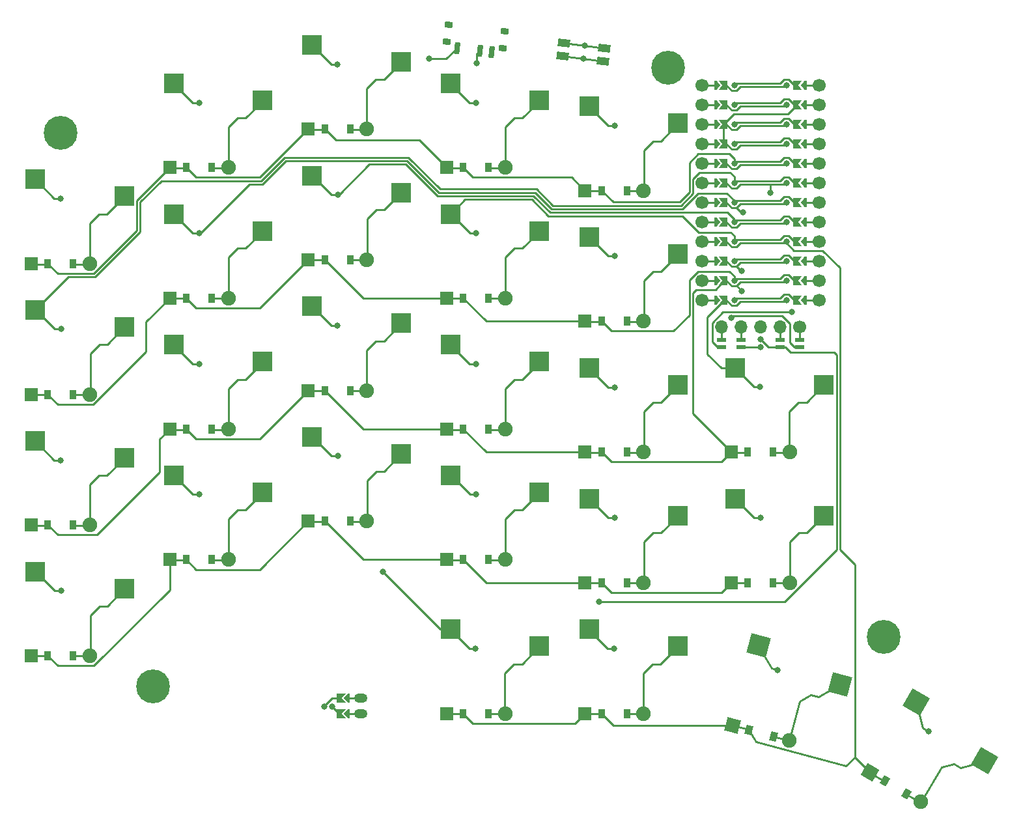
<source format=gbr>
%TF.GenerationSoftware,KiCad,Pcbnew,8.0.4*%
%TF.CreationDate,2024-09-01T12:28:14-05:00*%
%TF.ProjectId,sweeppp,73776565-7070-4702-9e6b-696361645f70,v1.0.0*%
%TF.SameCoordinates,Original*%
%TF.FileFunction,Copper,L2,Bot*%
%TF.FilePolarity,Positive*%
%FSLAX46Y46*%
G04 Gerber Fmt 4.6, Leading zero omitted, Abs format (unit mm)*
G04 Created by KiCad (PCBNEW 8.0.4) date 2024-09-01 12:28:14*
%MOMM*%
%LPD*%
G01*
G04 APERTURE LIST*
G04 Aperture macros list*
%AMRotRect*
0 Rectangle, with rotation*
0 The origin of the aperture is its center*
0 $1 length*
0 $2 width*
0 $3 Rotation angle, in degrees counterclockwise*
0 Add horizontal line*
21,1,$1,$2,0,0,$3*%
%AMFreePoly0*
4,1,6,0.250000,0.000000,-0.250000,-0.625000,-0.500000,-0.625000,-0.500000,0.625000,-0.250000,0.625000,0.250000,0.000000,0.250000,0.000000,$1*%
%AMFreePoly1*
4,1,6,0.500000,-0.625000,-0.650000,-0.625000,-0.150000,0.000000,-0.650000,0.625000,0.500000,0.625000,0.500000,-0.625000,0.500000,-0.625000,$1*%
%AMFreePoly2*
4,1,6,0.600000,-0.200000,0.600000,-0.400000,-0.600000,-0.400000,-0.600000,-0.200000,0.000000,0.400000,0.600000,-0.200000,0.600000,-0.200000,$1*%
%AMFreePoly3*
4,1,6,0.600000,-1.000000,0.000000,-0.400000,-0.600000,-1.000000,-0.600000,0.250000,0.600000,0.250000,0.600000,-1.000000,0.600000,-1.000000,$1*%
G04 Aperture macros list end*
%TA.AperFunction,SMDPad,CuDef*%
%ADD10R,2.600000X2.600000*%
%TD*%
%TA.AperFunction,SMDPad,CuDef*%
%ADD11RotRect,2.600000X2.600000X345.000000*%
%TD*%
%TA.AperFunction,SMDPad,CuDef*%
%ADD12RotRect,2.600000X2.600000X330.000000*%
%TD*%
%TA.AperFunction,SMDPad,CuDef*%
%ADD13R,0.900000X1.200000*%
%TD*%
%TA.AperFunction,ComponentPad*%
%ADD14R,1.778000X1.778000*%
%TD*%
%TA.AperFunction,ComponentPad*%
%ADD15C,1.905000*%
%TD*%
%TA.AperFunction,SMDPad,CuDef*%
%ADD16RotRect,0.900000X1.200000X345.000000*%
%TD*%
%TA.AperFunction,ComponentPad*%
%ADD17RotRect,1.778000X1.778000X345.000000*%
%TD*%
%TA.AperFunction,SMDPad,CuDef*%
%ADD18RotRect,0.900000X1.200000X330.000000*%
%TD*%
%TA.AperFunction,ComponentPad*%
%ADD19RotRect,1.778000X1.778000X330.000000*%
%TD*%
%TA.AperFunction,ComponentPad*%
%ADD20C,1.700000*%
%TD*%
%TA.AperFunction,ComponentPad*%
%ADD21C,0.800000*%
%TD*%
%TA.AperFunction,SMDPad,CuDef*%
%ADD22FreePoly0,0.000000*%
%TD*%
%TA.AperFunction,SMDPad,CuDef*%
%ADD23FreePoly1,0.000000*%
%TD*%
%TA.AperFunction,SMDPad,CuDef*%
%ADD24FreePoly1,180.000000*%
%TD*%
%TA.AperFunction,SMDPad,CuDef*%
%ADD25FreePoly0,180.000000*%
%TD*%
%TA.AperFunction,SMDPad,CuDef*%
%ADD26R,1.200000X0.600000*%
%TD*%
%TA.AperFunction,ComponentPad*%
%ADD27O,1.700000X1.700000*%
%TD*%
%TA.AperFunction,SMDPad,CuDef*%
%ADD28RotRect,1.550000X1.000000X173.300000*%
%TD*%
%TA.AperFunction,SMDPad,CuDef*%
%ADD29RotRect,1.000000X0.800000X353.300000*%
%TD*%
%TA.AperFunction,SMDPad,CuDef*%
%ADD30RotRect,0.700000X1.500000X353.300000*%
%TD*%
%TA.AperFunction,ComponentPad*%
%ADD31O,1.750000X1.200000*%
%TD*%
%TA.AperFunction,SMDPad,CuDef*%
%ADD32FreePoly2,90.000000*%
%TD*%
%TA.AperFunction,SMDPad,CuDef*%
%ADD33FreePoly3,90.000000*%
%TD*%
%TA.AperFunction,ComponentPad*%
%ADD34C,0.700000*%
%TD*%
%TA.AperFunction,ComponentPad*%
%ADD35C,4.400000*%
%TD*%
%TA.AperFunction,ViaPad*%
%ADD36C,0.800000*%
%TD*%
%TA.AperFunction,Conductor*%
%ADD37C,0.250000*%
%TD*%
G04 APERTURE END LIST*
D10*
%TO.P,S1,1*%
%TO.N,P20*%
X94318928Y-90900575D03*
%TO.P,S1,2*%
%TO.N,pinky_bottom*%
X105868928Y-93100575D03*
%TD*%
%TO.P,S2,1*%
%TO.N,P20*%
X94318928Y-73900576D03*
%TO.P,S2,2*%
%TO.N,pinky_home*%
X105868928Y-76100576D03*
%TD*%
%TO.P,S3,1*%
%TO.N,P20*%
X94318929Y-56900576D03*
%TO.P,S3,2*%
%TO.N,pinky_top*%
X105868929Y-59100576D03*
%TD*%
%TO.P,S4,1*%
%TO.N,P20*%
X94318925Y-39900576D03*
%TO.P,S4,2*%
%TO.N,pinky_num*%
X105868925Y-42100576D03*
%TD*%
%TO.P,S5,1*%
%TO.N,P19*%
X112318927Y-78400574D03*
%TO.P,S5,2*%
%TO.N,ring_bottom*%
X123868927Y-80600574D03*
%TD*%
%TO.P,S6,1*%
%TO.N,P19*%
X112318928Y-61400574D03*
%TO.P,S6,2*%
%TO.N,ring_home*%
X123868928Y-63600574D03*
%TD*%
%TO.P,S7,1*%
%TO.N,P19*%
X112318927Y-44400574D03*
%TO.P,S7,2*%
%TO.N,ring_top*%
X123868927Y-46600574D03*
%TD*%
%TO.P,S8,1*%
%TO.N,P19*%
X112318928Y-27400576D03*
%TO.P,S8,2*%
%TO.N,ring_num*%
X123868928Y-29600576D03*
%TD*%
%TO.P,S9,1*%
%TO.N,P18*%
X130318926Y-73400577D03*
%TO.P,S9,2*%
%TO.N,middle_bottom*%
X141868926Y-75600577D03*
%TD*%
%TO.P,S10,1*%
%TO.N,P18*%
X130318928Y-56400573D03*
%TO.P,S10,2*%
%TO.N,middle_home*%
X141868928Y-58600573D03*
%TD*%
%TO.P,S11,1*%
%TO.N,P18*%
X130318927Y-39400576D03*
%TO.P,S11,2*%
%TO.N,middle_top*%
X141868927Y-41600576D03*
%TD*%
%TO.P,S12,1*%
%TO.N,P18*%
X130318927Y-22400576D03*
%TO.P,S12,2*%
%TO.N,middle_num*%
X141868927Y-24600576D03*
%TD*%
%TO.P,S13,1*%
%TO.N,P15*%
X148318927Y-78400576D03*
%TO.P,S13,2*%
%TO.N,index_bottom*%
X159868927Y-80600576D03*
%TD*%
%TO.P,S14,1*%
%TO.N,P15*%
X148318927Y-61400576D03*
%TO.P,S14,2*%
%TO.N,index_home*%
X159868927Y-63600576D03*
%TD*%
%TO.P,S15,1*%
%TO.N,P15*%
X148318927Y-44400575D03*
%TO.P,S15,2*%
%TO.N,index_top*%
X159868927Y-46600575D03*
%TD*%
%TO.P,S16,1*%
%TO.N,P15*%
X148318929Y-27400576D03*
%TO.P,S16,2*%
%TO.N,index_num*%
X159868929Y-29600576D03*
%TD*%
%TO.P,S17,1*%
%TO.N,P10*%
X166318929Y-81400576D03*
%TO.P,S17,2*%
%TO.N,inner_bottom*%
X177868929Y-83600576D03*
%TD*%
%TO.P,S18,1*%
%TO.N,P10*%
X166318926Y-64400576D03*
%TO.P,S18,2*%
%TO.N,inner_home*%
X177868926Y-66600576D03*
%TD*%
%TO.P,S19,1*%
%TO.N,P10*%
X166318926Y-47400574D03*
%TO.P,S19,2*%
%TO.N,inner_top*%
X177868926Y-49600574D03*
%TD*%
%TO.P,S20,1*%
%TO.N,P10*%
X166318928Y-30400575D03*
%TO.P,S20,2*%
%TO.N,inner_num*%
X177868928Y-32600575D03*
%TD*%
%TO.P,S21,1*%
%TO.N,P9*%
X185318927Y-81400574D03*
%TO.P,S21,2*%
%TO.N,inner2_bottom*%
X196868927Y-83600574D03*
%TD*%
%TO.P,S22,1*%
%TO.N,P9*%
X185318928Y-64400573D03*
%TO.P,S22,2*%
%TO.N,inner2_home*%
X196868928Y-66600573D03*
%TD*%
%TO.P,S23,1*%
%TO.N,P18*%
X148318928Y-98400576D03*
%TO.P,S23,2*%
%TO.N,outer2_cluster*%
X159868928Y-100600576D03*
%TD*%
%TO.P,S24,1*%
%TO.N,P15*%
X166318929Y-98400576D03*
%TO.P,S24,2*%
%TO.N,outer_cluster*%
X177868929Y-100600576D03*
%TD*%
D11*
%TO.P,S25,1*%
%TO.N,P10*%
X188350630Y-100463993D03*
%TO.P,S25,2*%
%TO.N,home_cluster*%
X198937672Y-105578390D03*
%TD*%
D12*
%TO.P,S26,1*%
%TO.N,P9*%
X208815509Y-107817045D03*
%TO.P,S26,2*%
%TO.N,inner_cluster*%
X217718102Y-115497300D03*
%TD*%
D13*
%TO.P,D1,2*%
%TO.N,pinky_bottom*%
X99243927Y-101850576D03*
%TO.P,D1,1*%
%TO.N,P7*%
X95943927Y-101850574D03*
D14*
X93783927Y-101850576D03*
D15*
%TO.P,D1,2*%
%TO.N,pinky_bottom*%
X101403927Y-101850574D03*
%TD*%
D13*
%TO.P,D2,2*%
%TO.N,pinky_home*%
X99243929Y-84850578D03*
%TO.P,D2,1*%
%TO.N,P8*%
X95943929Y-84850576D03*
D14*
X93783929Y-84850578D03*
D15*
%TO.P,D2,2*%
%TO.N,pinky_home*%
X101403929Y-84850576D03*
%TD*%
D13*
%TO.P,D3,2*%
%TO.N,pinky_top*%
X99243928Y-67850576D03*
%TO.P,D3,1*%
%TO.N,P16*%
X95943928Y-67850574D03*
D14*
X93783928Y-67850576D03*
D15*
%TO.P,D3,2*%
%TO.N,pinky_top*%
X101403928Y-67850574D03*
%TD*%
D13*
%TO.P,D4,2*%
%TO.N,pinky_num*%
X99243927Y-50850578D03*
%TO.P,D4,1*%
%TO.N,P21*%
X95943927Y-50850576D03*
D14*
X93783927Y-50850578D03*
D15*
%TO.P,D4,2*%
%TO.N,pinky_num*%
X101403927Y-50850576D03*
%TD*%
D13*
%TO.P,D5,2*%
%TO.N,ring_bottom*%
X117243926Y-89350576D03*
%TO.P,D5,1*%
%TO.N,P7*%
X113943926Y-89350574D03*
D14*
X111783926Y-89350576D03*
D15*
%TO.P,D5,2*%
%TO.N,ring_bottom*%
X119403926Y-89350574D03*
%TD*%
D13*
%TO.P,D6,2*%
%TO.N,ring_home*%
X117243928Y-72350576D03*
%TO.P,D6,1*%
%TO.N,P8*%
X113943928Y-72350574D03*
D14*
X111783928Y-72350576D03*
D15*
%TO.P,D6,2*%
%TO.N,ring_home*%
X119403928Y-72350574D03*
%TD*%
D13*
%TO.P,D7,2*%
%TO.N,ring_top*%
X117243928Y-55350575D03*
%TO.P,D7,1*%
%TO.N,P16*%
X113943928Y-55350573D03*
D14*
X111783928Y-55350575D03*
D15*
%TO.P,D7,2*%
%TO.N,ring_top*%
X119403928Y-55350573D03*
%TD*%
D13*
%TO.P,D8,2*%
%TO.N,ring_num*%
X117243927Y-38350576D03*
%TO.P,D8,1*%
%TO.N,P21*%
X113943927Y-38350574D03*
D14*
X111783927Y-38350576D03*
D15*
%TO.P,D8,2*%
%TO.N,ring_num*%
X119403927Y-38350574D03*
%TD*%
D13*
%TO.P,D9,2*%
%TO.N,middle_bottom*%
X135243927Y-84350574D03*
%TO.P,D9,1*%
%TO.N,P7*%
X131943927Y-84350572D03*
D14*
X129783927Y-84350574D03*
D15*
%TO.P,D9,2*%
%TO.N,middle_bottom*%
X137403927Y-84350572D03*
%TD*%
D13*
%TO.P,D10,2*%
%TO.N,middle_home*%
X135243925Y-67350577D03*
%TO.P,D10,1*%
%TO.N,P8*%
X131943925Y-67350575D03*
D14*
X129783925Y-67350577D03*
D15*
%TO.P,D10,2*%
%TO.N,middle_home*%
X137403925Y-67350575D03*
%TD*%
D13*
%TO.P,D11,2*%
%TO.N,middle_top*%
X135243928Y-50350577D03*
%TO.P,D11,1*%
%TO.N,P16*%
X131943928Y-50350575D03*
D14*
X129783928Y-50350577D03*
D15*
%TO.P,D11,2*%
%TO.N,middle_top*%
X137403928Y-50350575D03*
%TD*%
D13*
%TO.P,D12,2*%
%TO.N,middle_num*%
X135243928Y-33350576D03*
%TO.P,D12,1*%
%TO.N,P21*%
X131943928Y-33350574D03*
D14*
X129783928Y-33350576D03*
D15*
%TO.P,D12,2*%
%TO.N,middle_num*%
X137403928Y-33350574D03*
%TD*%
D13*
%TO.P,D13,2*%
%TO.N,index_bottom*%
X153243927Y-89350577D03*
%TO.P,D13,1*%
%TO.N,P7*%
X149943927Y-89350575D03*
D14*
X147783927Y-89350577D03*
D15*
%TO.P,D13,2*%
%TO.N,index_bottom*%
X155403927Y-89350575D03*
%TD*%
D13*
%TO.P,D14,2*%
%TO.N,index_home*%
X153243927Y-72350575D03*
%TO.P,D14,1*%
%TO.N,P8*%
X149943927Y-72350573D03*
D14*
X147783927Y-72350575D03*
D15*
%TO.P,D14,2*%
%TO.N,index_home*%
X155403927Y-72350573D03*
%TD*%
D13*
%TO.P,D15,2*%
%TO.N,index_top*%
X153243928Y-55350577D03*
%TO.P,D15,1*%
%TO.N,P16*%
X149943928Y-55350575D03*
D14*
X147783928Y-55350577D03*
D15*
%TO.P,D15,2*%
%TO.N,index_top*%
X155403928Y-55350575D03*
%TD*%
D13*
%TO.P,D16,2*%
%TO.N,index_num*%
X153243930Y-38350577D03*
%TO.P,D16,1*%
%TO.N,P21*%
X149943930Y-38350575D03*
D14*
X147783930Y-38350577D03*
D15*
%TO.P,D16,2*%
%TO.N,index_num*%
X155403930Y-38350575D03*
%TD*%
D13*
%TO.P,D17,2*%
%TO.N,inner_bottom*%
X171243927Y-92350576D03*
%TO.P,D17,1*%
%TO.N,P7*%
X167943927Y-92350574D03*
D14*
X165783927Y-92350576D03*
D15*
%TO.P,D17,2*%
%TO.N,inner_bottom*%
X173403927Y-92350574D03*
%TD*%
D13*
%TO.P,D18,2*%
%TO.N,inner_home*%
X171243928Y-75350575D03*
%TO.P,D18,1*%
%TO.N,P8*%
X167943928Y-75350573D03*
D14*
X165783928Y-75350575D03*
D15*
%TO.P,D18,2*%
%TO.N,inner_home*%
X173403928Y-75350573D03*
%TD*%
D13*
%TO.P,D19,2*%
%TO.N,inner_top*%
X171243926Y-58350576D03*
%TO.P,D19,1*%
%TO.N,P16*%
X167943926Y-58350574D03*
D14*
X165783926Y-58350576D03*
D15*
%TO.P,D19,2*%
%TO.N,inner_top*%
X173403926Y-58350574D03*
%TD*%
D13*
%TO.P,D20,2*%
%TO.N,inner_num*%
X171243927Y-41350576D03*
%TO.P,D20,1*%
%TO.N,P21*%
X167943927Y-41350574D03*
D14*
X165783927Y-41350576D03*
D15*
%TO.P,D20,2*%
%TO.N,inner_num*%
X173403927Y-41350574D03*
%TD*%
D13*
%TO.P,D21,2*%
%TO.N,inner2_bottom*%
X190243929Y-92350576D03*
%TO.P,D21,1*%
%TO.N,P7*%
X186943929Y-92350574D03*
D14*
X184783929Y-92350576D03*
D15*
%TO.P,D21,2*%
%TO.N,inner2_bottom*%
X192403929Y-92350574D03*
%TD*%
D13*
%TO.P,D22,2*%
%TO.N,inner2_home*%
X190243927Y-75350575D03*
%TO.P,D22,1*%
%TO.N,P8*%
X186943927Y-75350573D03*
D14*
X184783927Y-75350575D03*
D15*
%TO.P,D22,2*%
%TO.N,inner2_home*%
X192403927Y-75350573D03*
%TD*%
D13*
%TO.P,D23,2*%
%TO.N,outer2_cluster*%
X153243927Y-109350576D03*
%TO.P,D23,1*%
%TO.N,P6*%
X149943927Y-109350574D03*
D14*
X147783927Y-109350576D03*
D15*
%TO.P,D23,2*%
%TO.N,outer2_cluster*%
X155403927Y-109350574D03*
%TD*%
D13*
%TO.P,D24,2*%
%TO.N,outer_cluster*%
X171243929Y-109350576D03*
%TO.P,D24,1*%
%TO.N,P6*%
X167943929Y-109350574D03*
D14*
X165783929Y-109350576D03*
D15*
%TO.P,D24,2*%
%TO.N,outer_cluster*%
X173403929Y-109350574D03*
%TD*%
D16*
%TO.P,D25,2*%
%TO.N,home_cluster*%
X190273749Y-112315563D03*
%TO.P,D25,1*%
%TO.N,P6*%
X187086193Y-111461463D03*
D17*
X184999793Y-110902410D03*
D15*
%TO.P,D25,2*%
%TO.N,home_cluster*%
X192360149Y-112874616D03*
%TD*%
D18*
%TO.P,D26,2*%
%TO.N,inner_cluster*%
X207605689Y-119762521D03*
%TO.P,D26,1*%
%TO.N,P6*%
X204747803Y-118112521D03*
D19*
X202877189Y-117032520D03*
D15*
%TO.P,D26,2*%
%TO.N,inner_cluster*%
X209476303Y-120842522D03*
%TD*%
D20*
%TO.P,MCU1,24*%
%TO.N,MCU1_24*%
X180973925Y-27650574D03*
%TO.P,MCU1,1*%
%TO.N,MCU1_1*%
X196213925Y-27650574D03*
D21*
%TO.P,MCU1,101*%
%TO.N,P1*%
X191993925Y-27650574D03*
%TO.P,MCU1,124*%
%TO.N,RAW*%
X185193925Y-27650574D03*
D22*
%TO.P,MCU1,24*%
%TO.N,MCU1_24*%
X183093925Y-27650574D03*
D23*
%TO.P,MCU1,101*%
%TO.N,P1*%
X183818924Y-27650574D03*
D24*
%TO.P,MCU1,124*%
%TO.N,RAW*%
X193368925Y-27650574D03*
D25*
%TO.P,MCU1,1*%
%TO.N,MCU1_1*%
X194093925Y-27650574D03*
D20*
%TO.P,MCU1,23*%
%TO.N,MCU1_23*%
X180973925Y-30190573D03*
%TO.P,MCU1,2*%
%TO.N,MCU1_2*%
X196213925Y-30190573D03*
D21*
%TO.P,MCU1,102*%
%TO.N,P0*%
X191993925Y-30190574D03*
%TO.P,MCU1,123*%
%TO.N,GND*%
X185193925Y-30190574D03*
D22*
%TO.P,MCU1,23*%
%TO.N,MCU1_23*%
X183093925Y-30190574D03*
D23*
%TO.P,MCU1,102*%
%TO.N,P0*%
X183818925Y-30190575D03*
D24*
%TO.P,MCU1,123*%
%TO.N,GND*%
X193368925Y-30190575D03*
D25*
%TO.P,MCU1,2*%
%TO.N,MCU1_2*%
X194093925Y-30190574D03*
D20*
%TO.P,MCU1,22*%
%TO.N,MCU1_22*%
X180973925Y-32730574D03*
%TO.P,MCU1,3*%
%TO.N,MCU1_3*%
X196213925Y-32730574D03*
D21*
%TO.P,MCU1,103*%
%TO.N,GND*%
X191993925Y-32730574D03*
%TO.P,MCU1,122*%
%TO.N,RST*%
X185193927Y-32730575D03*
D22*
%TO.P,MCU1,22*%
%TO.N,MCU1_22*%
X183093925Y-32730573D03*
D23*
%TO.P,MCU1,103*%
%TO.N,GND*%
X183818925Y-32730574D03*
D24*
%TO.P,MCU1,122*%
%TO.N,RST*%
X193368925Y-32730574D03*
D25*
%TO.P,MCU1,3*%
%TO.N,MCU1_3*%
X194093925Y-32730574D03*
D20*
%TO.P,MCU1,21*%
%TO.N,MCU1_21*%
X180973925Y-35270574D03*
%TO.P,MCU1,4*%
%TO.N,MCU1_4*%
X196213925Y-35270574D03*
D21*
%TO.P,MCU1,104*%
%TO.N,GND*%
X191993926Y-35270574D03*
%TO.P,MCU1,121*%
%TO.N,VCC*%
X185193925Y-35270573D03*
D22*
%TO.P,MCU1,21*%
%TO.N,MCU1_21*%
X183093925Y-35270574D03*
D23*
%TO.P,MCU1,104*%
%TO.N,GND*%
X183818925Y-35270574D03*
D24*
%TO.P,MCU1,121*%
%TO.N,VCC*%
X193368927Y-35270574D03*
D25*
%TO.P,MCU1,4*%
%TO.N,MCU1_4*%
X194093925Y-35270574D03*
D20*
%TO.P,MCU1,20*%
%TO.N,MCU1_20*%
X180973925Y-37810575D03*
%TO.P,MCU1,5*%
%TO.N,MCU1_5*%
X196213925Y-37810575D03*
D21*
%TO.P,MCU1,105*%
%TO.N,P2*%
X191993924Y-37810574D03*
%TO.P,MCU1,120*%
%TO.N,P21*%
X185193926Y-37810574D03*
D22*
%TO.P,MCU1,20*%
%TO.N,MCU1_20*%
X183093925Y-37810574D03*
D23*
%TO.P,MCU1,105*%
%TO.N,P2*%
X183818926Y-37810573D03*
D24*
%TO.P,MCU1,120*%
%TO.N,P21*%
X193368924Y-37810573D03*
D25*
%TO.P,MCU1,5*%
%TO.N,MCU1_5*%
X194093925Y-37810574D03*
D20*
%TO.P,MCU1,19*%
%TO.N,MCU1_19*%
X180973925Y-40350574D03*
%TO.P,MCU1,6*%
%TO.N,MCU1_6*%
X196213925Y-40350574D03*
D21*
%TO.P,MCU1,106*%
%TO.N,P3*%
X191993924Y-40350574D03*
%TO.P,MCU1,119*%
%TO.N,P20*%
X185193926Y-40350574D03*
D22*
%TO.P,MCU1,19*%
%TO.N,MCU1_19*%
X183093925Y-40350574D03*
D23*
%TO.P,MCU1,106*%
%TO.N,P3*%
X183818925Y-40350574D03*
D24*
%TO.P,MCU1,119*%
%TO.N,P20*%
X193368925Y-40350574D03*
D25*
%TO.P,MCU1,6*%
%TO.N,MCU1_6*%
X194093925Y-40350574D03*
D20*
%TO.P,MCU1,18*%
%TO.N,MCU1_18*%
X180973925Y-42890573D03*
%TO.P,MCU1,7*%
%TO.N,MCU1_7*%
X196213925Y-42890573D03*
D21*
%TO.P,MCU1,107*%
%TO.N,P4*%
X191993924Y-42890574D03*
%TO.P,MCU1,118*%
%TO.N,P19*%
X185193926Y-42890574D03*
D22*
%TO.P,MCU1,18*%
%TO.N,MCU1_18*%
X183093925Y-42890574D03*
D23*
%TO.P,MCU1,107*%
%TO.N,P4*%
X183818926Y-42890575D03*
D24*
%TO.P,MCU1,118*%
%TO.N,P19*%
X193368924Y-42890575D03*
D25*
%TO.P,MCU1,7*%
%TO.N,MCU1_7*%
X194093925Y-42890574D03*
D20*
%TO.P,MCU1,17*%
%TO.N,MCU1_17*%
X180973925Y-45430574D03*
%TO.P,MCU1,8*%
%TO.N,MCU1_8*%
X196213925Y-45430574D03*
D21*
%TO.P,MCU1,108*%
%TO.N,P5*%
X191993925Y-45430575D03*
%TO.P,MCU1,117*%
%TO.N,P18*%
X185193924Y-45430574D03*
D22*
%TO.P,MCU1,17*%
%TO.N,MCU1_17*%
X183093925Y-45430574D03*
D23*
%TO.P,MCU1,108*%
%TO.N,P5*%
X183818923Y-45430574D03*
D24*
%TO.P,MCU1,117*%
%TO.N,P18*%
X193368925Y-45430574D03*
D25*
%TO.P,MCU1,8*%
%TO.N,MCU1_8*%
X194093925Y-45430574D03*
D20*
%TO.P,MCU1,16*%
%TO.N,MCU1_16*%
X180973925Y-47970574D03*
%TO.P,MCU1,9*%
%TO.N,MCU1_9*%
X196213925Y-47970574D03*
D21*
%TO.P,MCU1,109*%
%TO.N,P6*%
X191993923Y-47970573D03*
%TO.P,MCU1,116*%
%TO.N,P15*%
X185193925Y-47970574D03*
D22*
%TO.P,MCU1,16*%
%TO.N,MCU1_16*%
X183093925Y-47970574D03*
D23*
%TO.P,MCU1,109*%
%TO.N,P6*%
X183818925Y-47970574D03*
D24*
%TO.P,MCU1,116*%
%TO.N,P15*%
X193368925Y-47970574D03*
D25*
%TO.P,MCU1,9*%
%TO.N,MCU1_9*%
X194093925Y-47970575D03*
D20*
%TO.P,MCU1,15*%
%TO.N,MCU1_15*%
X180973925Y-50510575D03*
%TO.P,MCU1,10*%
%TO.N,MCU1_10*%
X196213925Y-50510575D03*
D21*
%TO.P,MCU1,110*%
%TO.N,P7*%
X191993925Y-50510574D03*
%TO.P,MCU1,115*%
%TO.N,P14*%
X185193925Y-50510574D03*
D22*
%TO.P,MCU1,15*%
%TO.N,MCU1_15*%
X183093925Y-50510574D03*
D23*
%TO.P,MCU1,110*%
%TO.N,P7*%
X183818925Y-50510573D03*
D24*
%TO.P,MCU1,115*%
%TO.N,P14*%
X193368925Y-50510573D03*
D25*
%TO.P,MCU1,10*%
%TO.N,MCU1_10*%
X194093925Y-50510574D03*
D20*
%TO.P,MCU1,14*%
%TO.N,MCU1_14*%
X180973925Y-53050574D03*
%TO.P,MCU1,11*%
%TO.N,MCU1_11*%
X196213925Y-53050574D03*
D21*
%TO.P,MCU1,111*%
%TO.N,P8*%
X191993925Y-53050574D03*
%TO.P,MCU1,114*%
%TO.N,P16*%
X185193925Y-53050574D03*
D22*
%TO.P,MCU1,14*%
%TO.N,MCU1_14*%
X183093925Y-53050574D03*
D23*
%TO.P,MCU1,111*%
%TO.N,P8*%
X183818925Y-53050574D03*
D24*
%TO.P,MCU1,114*%
%TO.N,P16*%
X193368926Y-53050574D03*
D25*
%TO.P,MCU1,11*%
%TO.N,MCU1_11*%
X194093925Y-53050574D03*
D20*
%TO.P,MCU1,13*%
%TO.N,MCU1_13*%
X180973924Y-55590574D03*
%TO.P,MCU1,12*%
%TO.N,MCU1_12*%
X196213926Y-55590573D03*
D21*
%TO.P,MCU1,112*%
%TO.N,P9*%
X191993925Y-55590574D03*
%TO.P,MCU1,113*%
%TO.N,P10*%
X185193925Y-55590574D03*
D22*
%TO.P,MCU1,13*%
%TO.N,MCU1_13*%
X183093925Y-55590574D03*
D23*
%TO.P,MCU1,112*%
%TO.N,P9*%
X183818924Y-55590574D03*
D24*
%TO.P,MCU1,113*%
%TO.N,P10*%
X193368926Y-55590574D03*
D25*
%TO.P,MCU1,12*%
%TO.N,MCU1_12*%
X194093925Y-55590574D03*
%TD*%
D26*
%TO.P,DISP1,24*%
%TO.N,DISP1_5*%
X193673928Y-60800573D03*
%TO.P,DISP1,25*%
%TO.N,DISP1_4*%
X191133928Y-60800574D03*
%TO.P,DISP1,26*%
%TO.N,DISP1_2*%
X186053928Y-60800573D03*
%TO.P,DISP1,27*%
%TO.N,DISP1_1*%
X183513928Y-60800574D03*
%TO.P,DISP1,20*%
%TO.N,P4*%
X193673928Y-61700572D03*
%TO.P,DISP1,21*%
%TO.N,GND*%
X191133928Y-61700573D03*
%TO.P,DISP1,22*%
%TO.N,P3*%
X186053929Y-61700573D03*
%TO.P,DISP1,23*%
%TO.N,P2*%
X183513929Y-61700573D03*
D27*
%TO.P,DISP1,1*%
%TO.N,DISP1_1*%
X183513928Y-59050573D03*
%TO.P,DISP1,2*%
%TO.N,DISP1_2*%
X186053927Y-59050573D03*
%TO.P,DISP1,3*%
%TO.N,VCC*%
X188593928Y-59050573D03*
%TO.P,DISP1,4*%
%TO.N,DISP1_4*%
X191133929Y-59050573D03*
D20*
%TO.P,DISP1,5*%
%TO.N,DISP1_5*%
X193673928Y-59050573D03*
%TD*%
D28*
%TO.P,RST1,1*%
%TO.N,GND*%
X163086027Y-22200120D03*
%TO.P,RST1,2*%
%TO.N,RST*%
X162887686Y-23888511D03*
%TO.P,RST1,3*%
%TO.N,GND*%
X168300172Y-22812641D03*
%TO.P,RST1,4*%
%TO.N,RST*%
X168101831Y-24501032D03*
%TD*%
D29*
%TO.P,PWR1,*%
%TO.N,*%
X147842265Y-22002319D03*
X148100107Y-19807412D03*
X155092411Y-22854015D03*
X155350253Y-20659107D03*
D30*
%TO.P,PWR1,1*%
%TO.N,BAT_P*%
X149156868Y-22811219D03*
%TO.P,PWR1,2*%
%TO.N,RAW*%
X152136380Y-23161231D03*
%TO.P,PWR1,3*%
%TO.N,N/C*%
X153626136Y-23336237D03*
%TD*%
D31*
%TO.P,JST1,11*%
%TO.N,JST1_1*%
X136593929Y-107350576D03*
%TO.P,JST1,12*%
%TO.N,JST1_2*%
X136593929Y-109350576D03*
D32*
%TO.P,JST1,31*%
%TO.N,JST1_1*%
X134793929Y-107350574D03*
%TO.P,JST1,32*%
%TO.N,JST1_2*%
X134793929Y-109350577D03*
D33*
%TO.P,JST1,1*%
%TO.N,BAT_P*%
X133777929Y-109350576D03*
%TO.P,JST1,2*%
%TO.N,GND*%
X133777929Y-107350576D03*
%TD*%
D34*
%TO.P,_1,1*%
%TO.N,N/C*%
X98760652Y-35017299D03*
D35*
X97593926Y-33850573D03*
D34*
X97593925Y-35500573D03*
X98760652Y-32683847D03*
X95943926Y-33850572D03*
X96427200Y-32683847D03*
X96427200Y-35017299D03*
X99243926Y-33850574D03*
X97593927Y-32200573D03*
%TD*%
%TO.P,_2,1*%
%TO.N,N/C*%
X110760654Y-107017302D03*
D35*
X109593928Y-105850576D03*
D34*
X109593927Y-107500576D03*
X110760654Y-104683850D03*
X107943928Y-105850575D03*
X108427202Y-104683850D03*
X108427202Y-107017302D03*
X111243928Y-105850577D03*
X109593929Y-104200576D03*
%TD*%
%TO.P,_3,1*%
%TO.N,N/C*%
X177760652Y-26517301D03*
D35*
X176593926Y-25350575D03*
D34*
X176593925Y-27000575D03*
X177760652Y-24183849D03*
X174943926Y-25350574D03*
X175427200Y-24183849D03*
X175427200Y-26517301D03*
X178243926Y-25350576D03*
X176593927Y-23700575D03*
%TD*%
%TO.P,_4,1*%
%TO.N,N/C*%
X205760653Y-100517302D03*
D35*
X204593927Y-99350576D03*
D34*
X204593926Y-101000576D03*
X205760653Y-98183850D03*
X202943927Y-99350575D03*
X203427201Y-98183850D03*
X203427201Y-100517302D03*
X206243927Y-99350577D03*
X204593928Y-97700576D03*
%TD*%
D36*
%TO.N,P7*%
X186200000Y-51800000D03*
%TO.N,P8*%
X186200000Y-54400000D03*
%TO.N,GND*%
X167600000Y-94800000D03*
%TO.N,P18*%
X139500000Y-90900000D03*
%TO.N,P3*%
X189905105Y-41672833D03*
%TO.N,P4*%
X186305106Y-44172834D03*
%TO.N,P2*%
X192705107Y-57172833D03*
%TO.N,P4*%
X184805106Y-57872833D03*
%TO.N,GND*%
X188605108Y-60672833D03*
%TO.N,P3*%
X188605106Y-61672832D03*
%TO.N,GND*%
X165755562Y-22497239D03*
%TO.N,RST*%
X165557225Y-24185629D03*
%TO.N,RAW*%
X151745484Y-24771793D03*
%TO.N,BAT_P*%
X145489437Y-24207037D03*
%TO.N,P20*%
X97645483Y-59371792D03*
X97620484Y-42421792D03*
X97620483Y-76421793D03*
X97645484Y-93371794D03*
%TO.N,P19*%
X115645484Y-46871795D03*
X115620484Y-29921793D03*
X115620484Y-63921793D03*
X115645483Y-80871793D03*
%TO.N,P18*%
X133645484Y-41871793D03*
X133620484Y-24921794D03*
X133620484Y-58921792D03*
X133645484Y-75871792D03*
%TO.N,P15*%
X151645483Y-46871793D03*
X151620483Y-29921792D03*
X151620482Y-63921794D03*
X151645483Y-80871793D03*
%TO.N,P10*%
X169645483Y-49871791D03*
X169620483Y-32921793D03*
X169645482Y-83871792D03*
X169620486Y-66921793D03*
%TO.N,P9*%
X210428800Y-111646911D03*
%TO.N,P10*%
X190851372Y-103665898D03*
%TO.N,P15*%
X169568928Y-100900576D03*
%TO.N,P18*%
X151568926Y-100900577D03*
%TO.N,P9*%
X188568928Y-66900575D03*
X188593927Y-83850575D03*
%TO.N,BAT_P*%
X132889437Y-108407036D03*
%TO.N,GND*%
X131889436Y-108407036D03*
%TD*%
D37*
%TO.N,P18*%
X147000576Y-98400576D02*
X148318928Y-98400576D01*
X139500000Y-90900000D02*
X147000576Y-98400576D01*
%TO.N,P6*%
X191993923Y-47970573D02*
X191993923Y-48187264D01*
X191993923Y-48187264D02*
X192952233Y-49145574D01*
X192952233Y-49145574D02*
X196700626Y-49145574D01*
X196700626Y-49145574D02*
X198943928Y-51388876D01*
X198943928Y-51388876D02*
X198943928Y-88043928D01*
X198943928Y-88043928D02*
X200854840Y-89954840D01*
X200854840Y-89954840D02*
X200854840Y-115010171D01*
X188001344Y-113046549D02*
X199700000Y-116181195D01*
X200854840Y-115010171D02*
X200854840Y-115026355D01*
X200854840Y-115026355D02*
X199700000Y-116181195D01*
X200854840Y-115010171D02*
X202877189Y-117032520D01*
X202877189Y-117032520D02*
X202877189Y-116377189D01*
%TO.N,GND*%
X167600000Y-94800000D02*
X191761161Y-94800000D01*
X191761161Y-94800000D02*
X198493928Y-88067233D01*
X198493928Y-62692592D02*
X198201336Y-62400000D01*
X198493928Y-88067233D02*
X198493928Y-62692592D01*
X198201336Y-62400000D02*
X192500000Y-62400000D01*
X192500000Y-62400000D02*
X191800573Y-61700573D01*
X191800573Y-61700573D02*
X191133928Y-61700573D01*
%TO.N,P20*%
X178266401Y-43300000D02*
X179798925Y-41767476D01*
X126720900Y-37050000D02*
X142850000Y-37050000D01*
X161609188Y-43300000D02*
X178266401Y-43300000D01*
X159484763Y-41175575D02*
X161609188Y-43300000D01*
X179798925Y-39863873D02*
X180662798Y-39000000D01*
X110692825Y-40078074D02*
X123692826Y-40078074D01*
X123692826Y-40078074D02*
X126720900Y-37050000D01*
X180662798Y-39000000D02*
X184669426Y-39000000D01*
X107943925Y-42826974D02*
X110692825Y-40078074D01*
X107943925Y-46753632D02*
X107943925Y-42826974D01*
X102119481Y-52578076D02*
X107943925Y-46753632D01*
X146975575Y-41175575D02*
X159484763Y-41175575D01*
X142850000Y-37050000D02*
X146975575Y-41175575D01*
X98641429Y-52578076D02*
X102119481Y-52578076D01*
X94318929Y-56900576D02*
X98641429Y-52578076D01*
X179798925Y-41767476D02*
X179798925Y-39863873D01*
X184669426Y-39000000D02*
X185193926Y-39524500D01*
X185193926Y-39524500D02*
X185193926Y-40350574D01*
%TO.N,P18*%
X133645484Y-41871793D02*
X133828207Y-41871793D01*
X133828207Y-41871793D02*
X137750000Y-37950000D01*
X137750000Y-37950000D02*
X142477208Y-37950000D01*
X185193924Y-45093923D02*
X185193924Y-45430574D01*
X142477208Y-37950000D02*
X146602783Y-42075575D01*
X184300001Y-44200000D02*
X185193924Y-45093923D01*
X146602783Y-42075575D02*
X159111971Y-42075575D01*
X159111971Y-42075575D02*
X161236396Y-44200000D01*
X161236396Y-44200000D02*
X184300001Y-44200000D01*
%TO.N,P19*%
X115645484Y-46871795D02*
X115774356Y-46871795D01*
X146789179Y-41625575D02*
X159298367Y-41625575D01*
X115774356Y-46871795D02*
X122118077Y-40528074D01*
X122118077Y-40528074D02*
X123879222Y-40528074D01*
X123879222Y-40528074D02*
X126907296Y-37500000D01*
X126907296Y-37500000D02*
X142663604Y-37500000D01*
X142663604Y-37500000D02*
X146789179Y-41625575D01*
X161422792Y-43750000D02*
X178452797Y-43750000D01*
X185193926Y-42673883D02*
X185193926Y-42890574D01*
X159298367Y-41625575D02*
X161422792Y-43750000D01*
X178452797Y-43750000D02*
X180502797Y-41700000D01*
X184220043Y-41700000D02*
X185193926Y-42673883D01*
X180502797Y-41700000D02*
X184220043Y-41700000D01*
%TO.N,P21*%
X167943927Y-41350574D02*
X169443353Y-42850000D01*
X169443353Y-42850000D02*
X178080005Y-42850000D01*
X179348925Y-37773874D02*
X180522799Y-36600000D01*
X178080005Y-42850000D02*
X179348925Y-41581080D01*
X179348925Y-41581080D02*
X179348925Y-37773874D01*
X180522799Y-36600000D02*
X184549037Y-36600000D01*
X184549037Y-36600000D02*
X185193926Y-37244889D01*
X185193926Y-37244889D02*
X185193926Y-37810574D01*
%TO.N,P16*%
X167943926Y-58350574D02*
X169221426Y-59628074D01*
X177271926Y-59628074D02*
X179348924Y-57551076D01*
X184584610Y-51875574D02*
X185193925Y-52484889D01*
X169221426Y-59628074D02*
X177271926Y-59628074D01*
X179348924Y-57551076D02*
X179348924Y-53013874D01*
X179348924Y-53013874D02*
X180487224Y-51875574D01*
X180487224Y-51875574D02*
X184584610Y-51875574D01*
X185193925Y-52484889D02*
X185193925Y-53050574D01*
%TO.N,GND*%
X183818925Y-32730574D02*
X185183924Y-31365575D01*
X185183924Y-31365575D02*
X192193925Y-31365575D01*
X192193925Y-31365575D02*
X193368925Y-30190575D01*
X183818925Y-35270574D02*
X183818925Y-32730574D01*
%TO.N,P9*%
X185318928Y-64400573D02*
X183500573Y-64400573D01*
X183500573Y-64400573D02*
X181700000Y-62600000D01*
X181700000Y-62600000D02*
X181700000Y-57826146D01*
X181700000Y-57826146D02*
X183818924Y-55707222D01*
X183818924Y-55707222D02*
X183818924Y-55590574D01*
%TO.N,P21*%
X111783927Y-38350576D02*
X107493925Y-42640578D01*
X107493925Y-42640578D02*
X107493925Y-46567236D01*
X107493925Y-46567236D02*
X101933085Y-52128076D01*
X101933085Y-52128076D02*
X97221427Y-52128076D01*
X97221427Y-52128076D02*
X95943927Y-50850576D01*
X131943928Y-33350574D02*
X133393354Y-34800000D01*
X133393354Y-34800000D02*
X144233353Y-34800000D01*
X144233353Y-34800000D02*
X147783930Y-38350577D01*
X149943930Y-38350575D02*
X151221430Y-39628075D01*
X151221430Y-39628075D02*
X164061426Y-39628075D01*
X164061426Y-39628075D02*
X165783927Y-41350576D01*
%TO.N,P7*%
X186200000Y-51800000D02*
X186058659Y-51800000D01*
X186058659Y-51800000D02*
X185494233Y-51235574D01*
%TO.N,P8*%
X186200000Y-54400000D02*
X185575575Y-53775575D01*
X185575575Y-53775575D02*
X185494233Y-53775575D01*
X184783927Y-75350575D02*
X179798924Y-70365572D01*
X179798924Y-70365572D02*
X179798924Y-54701076D01*
X179798924Y-54701076D02*
X180274426Y-54225574D01*
X180274426Y-54225574D02*
X182760572Y-54225574D01*
X182760572Y-54225574D02*
X183818925Y-53167221D01*
X183818925Y-53167221D02*
X183818925Y-53050574D01*
%TO.N,P21*%
X113943927Y-38350574D02*
X115221427Y-39628074D01*
X115221427Y-39628074D02*
X123506430Y-39628074D01*
X123506430Y-39628074D02*
X129783928Y-33350576D01*
%TO.N,P16*%
X111783928Y-55350575D02*
X108718928Y-58415575D01*
X108718928Y-58415575D02*
X108718928Y-62342232D01*
X108718928Y-62342232D02*
X101861160Y-69200000D01*
X101861160Y-69200000D02*
X97293354Y-69200000D01*
X97293354Y-69200000D02*
X95943928Y-67850574D01*
X129783928Y-50350577D02*
X123506432Y-56628073D01*
X123506432Y-56628073D02*
X115221428Y-56628073D01*
X115221428Y-56628073D02*
X113943928Y-55350573D01*
X147783928Y-55350577D02*
X136943930Y-55350577D01*
X136943930Y-55350577D02*
X131943928Y-50350575D01*
X165783926Y-58350576D02*
X152943929Y-58350576D01*
X152943929Y-58350576D02*
X149943928Y-55350575D01*
%TO.N,P8*%
X167943928Y-75350573D02*
X169221428Y-76628073D01*
X169221428Y-76628073D02*
X183506429Y-76628073D01*
X183506429Y-76628073D02*
X184783927Y-75350575D01*
X149943927Y-72350573D02*
X152943929Y-75350575D01*
X152943929Y-75350575D02*
X165783928Y-75350575D01*
X131943925Y-67350575D02*
X136943925Y-72350575D01*
X136943925Y-72350575D02*
X147783927Y-72350575D01*
X113943928Y-72350574D02*
X115221428Y-73628074D01*
X115221428Y-73628074D02*
X123506428Y-73628074D01*
X123506428Y-73628074D02*
X129783925Y-67350577D01*
X95943929Y-84850576D02*
X97221429Y-86128076D01*
X97221429Y-86128076D02*
X102371924Y-86128076D01*
X102371924Y-86128076D02*
X110500000Y-78000000D01*
X110500000Y-78000000D02*
X110500000Y-73634504D01*
X110500000Y-73634504D02*
X111783928Y-72350576D01*
%TO.N,P7*%
X111783926Y-89350576D02*
X111783926Y-93277233D01*
X97221427Y-103128074D02*
X95943927Y-101850574D01*
X111783926Y-93277233D02*
X101933085Y-103128074D01*
X101933085Y-103128074D02*
X97221427Y-103128074D01*
X129783927Y-84350574D02*
X123506427Y-90628074D01*
X123506427Y-90628074D02*
X115221426Y-90628074D01*
X115221426Y-90628074D02*
X113943926Y-89350574D01*
X147783927Y-89350577D02*
X136943932Y-89350577D01*
X136943932Y-89350577D02*
X131943927Y-84350572D01*
X165783927Y-92350576D02*
X152943928Y-92350576D01*
X152943928Y-92350576D02*
X149943927Y-89350575D01*
X184783929Y-92350576D02*
X183506431Y-93628074D01*
X183506431Y-93628074D02*
X169221427Y-93628074D01*
X169221427Y-93628074D02*
X167943927Y-92350574D01*
%TO.N,P6*%
X187086194Y-111461462D02*
X188001344Y-113046549D01*
X167943929Y-109350574D02*
X169495764Y-110902410D01*
X169495764Y-110902410D02*
X184999794Y-110902409D01*
X149943927Y-109350574D02*
X151221426Y-110628073D01*
X151221426Y-110628073D02*
X164506432Y-110628073D01*
X164506432Y-110628073D02*
X165783929Y-109350577D01*
%TO.N,GND*%
X131889436Y-108407036D02*
X131889437Y-108381732D01*
X131889437Y-108381732D02*
X132920595Y-107350574D01*
X132920595Y-107350574D02*
X133777926Y-107350573D01*
%TO.N,BAT_P*%
X132889437Y-108407036D02*
X133777928Y-109295528D01*
X133777928Y-109295528D02*
X133777928Y-109350576D01*
X145489437Y-24207037D02*
X147761051Y-24207037D01*
X147761051Y-24207037D02*
X149156870Y-22811217D01*
%TO.N,P3*%
X189905105Y-41672833D02*
X189905106Y-40580576D01*
X185989233Y-40580576D02*
X189905106Y-40580576D01*
X189905106Y-40580576D02*
X191763928Y-40580576D01*
%TO.N,P4*%
X186051488Y-44172832D02*
X185494230Y-43615576D01*
X186305106Y-44172834D02*
X186051488Y-44172832D01*
%TO.N,P2*%
X192680107Y-57147834D02*
X183730105Y-57147834D01*
X182338928Y-61006656D02*
X183032848Y-61700573D01*
X192705107Y-57172833D02*
X192680107Y-57147834D01*
X183730105Y-57147834D02*
X182338929Y-58539010D01*
X182338929Y-58539010D02*
X182338928Y-61006656D01*
X183032848Y-61700573D02*
X183513928Y-61700573D01*
%TO.N,P4*%
X184805106Y-57872833D02*
X185005106Y-57672833D01*
X185005106Y-57672833D02*
X191417889Y-57672835D01*
X192405106Y-58660051D02*
X192405107Y-61081751D01*
X191417889Y-57672835D02*
X192405106Y-58660051D01*
X192405107Y-61081751D02*
X193023928Y-61700574D01*
X193023928Y-61700574D02*
X193673928Y-61700573D01*
%TO.N,GND*%
X189658152Y-61700574D02*
X191133929Y-61700573D01*
X188605108Y-60672833D02*
X188630411Y-60672833D01*
X188630411Y-60672833D02*
X189658152Y-61700574D01*
%TO.N,P3*%
X188577365Y-61700574D02*
X186053930Y-61700573D01*
X188605106Y-61672832D02*
X188577365Y-61700574D01*
%TO.N,GND*%
X163086026Y-22200118D02*
X165737401Y-22511586D01*
X165737401Y-22511586D02*
X165755562Y-22497239D01*
X165769908Y-22515401D02*
X165755562Y-22497239D01*
X168300171Y-22812637D02*
X165769908Y-22515401D01*
%TO.N,RST*%
X168101830Y-24501030D02*
X165571568Y-24203795D01*
X165571568Y-24203795D02*
X165557225Y-24185629D01*
X162887687Y-23888512D02*
X165539058Y-24199976D01*
X165539058Y-24199976D02*
X165557225Y-24185629D01*
%TO.N,RAW*%
X151745484Y-24771793D02*
X151745482Y-23552126D01*
X151745482Y-23552126D02*
X152136383Y-23161229D01*
%TO.N,pinky_top*%
X101455482Y-62561793D02*
X101455484Y-67871793D01*
%TO.N,pinky_num*%
X99270482Y-50921793D02*
X101430484Y-50921792D01*
X101430482Y-45611793D02*
X101430484Y-50921792D01*
%TO.N,P20*%
X96795484Y-42421796D02*
X94345484Y-39971794D01*
%TO.N,P7*%
X95995482Y-101871793D02*
X93835484Y-101871794D01*
%TO.N,pinky_num*%
X102620483Y-44421794D02*
X101430482Y-45611793D01*
%TO.N,pinky_top*%
X103670483Y-61371793D02*
X102645483Y-61371793D01*
%TO.N,pinky_home*%
X103645484Y-78421792D02*
X102620483Y-78421793D01*
%TO.N,P16*%
X95995482Y-67871792D02*
X93835483Y-67871794D01*
%TO.N,P21*%
X95970482Y-50921794D02*
X93810482Y-50921793D01*
%TO.N,pinky_top*%
X105920485Y-59121792D02*
X103670483Y-61371793D01*
%TO.N,pinky_bottom*%
X99295482Y-101871793D02*
X101455485Y-101871792D01*
%TO.N,pinky_home*%
X105895483Y-76171794D02*
X103645484Y-78421792D01*
%TO.N,pinky_top*%
X102645483Y-61371793D02*
X101455482Y-62561793D01*
%TO.N,P20*%
X97645484Y-93371794D02*
X96820483Y-93371794D01*
%TO.N,pinky_bottom*%
X101455483Y-96561791D02*
X101455485Y-101871792D01*
%TO.N,pinky_home*%
X102620483Y-78421793D02*
X101430483Y-79611794D01*
%TO.N,P20*%
X96820483Y-93371794D02*
X94370483Y-90921793D01*
%TO.N,P8*%
X95970483Y-84921794D02*
X93810483Y-84921793D01*
%TO.N,pinky_top*%
X99295483Y-67871794D02*
X101455484Y-67871793D01*
%TO.N,P20*%
X96820484Y-59371794D02*
X94370483Y-56921795D01*
%TO.N,pinky_num*%
X103645485Y-44421792D02*
X102620483Y-44421794D01*
%TO.N,P20*%
X97620483Y-76421793D02*
X96795483Y-76421794D01*
X97645483Y-59371792D02*
X96820484Y-59371794D01*
%TO.N,pinky_num*%
X105895484Y-42171792D02*
X103645485Y-44421792D01*
%TO.N,pinky_home*%
X101430483Y-79611794D02*
X101430483Y-84921793D01*
%TO.N,pinky_bottom*%
X105920485Y-93121793D02*
X103670483Y-95371794D01*
%TO.N,P20*%
X97620484Y-42421792D02*
X96795484Y-42421796D01*
X96795483Y-76421794D02*
X94345482Y-73971793D01*
%TO.N,pinky_home*%
X99270482Y-84921791D02*
X101430483Y-84921793D01*
%TO.N,pinky_bottom*%
X102645481Y-95371792D02*
X101455483Y-96561791D01*
X103670483Y-95371794D02*
X102645481Y-95371792D01*
%TO.N,ring_top*%
X119455485Y-50061794D02*
X119455482Y-55371793D01*
%TO.N,ring_num*%
X117270484Y-38421793D02*
X119430483Y-38421792D01*
X119430483Y-33111795D02*
X119430483Y-38421792D01*
%TO.N,P19*%
X114795482Y-29921794D02*
X112345482Y-27471793D01*
%TO.N,P7*%
X113995484Y-89371794D02*
X111835482Y-89371794D01*
%TO.N,ring_num*%
X120620483Y-31921793D02*
X119430483Y-33111795D01*
%TO.N,ring_top*%
X121670483Y-48871795D02*
X120645484Y-48871793D01*
%TO.N,ring_home*%
X121645483Y-65921793D02*
X120620484Y-65921793D01*
%TO.N,P16*%
X113995483Y-55371790D02*
X111835483Y-55371794D01*
%TO.N,P21*%
X113970483Y-38421793D02*
X111810484Y-38421792D01*
%TO.N,ring_top*%
X123920482Y-46621793D02*
X121670483Y-48871795D01*
%TO.N,ring_bottom*%
X117295484Y-89371794D02*
X119455481Y-89371792D01*
%TO.N,ring_home*%
X123895482Y-63671792D02*
X121645483Y-65921793D01*
%TO.N,ring_top*%
X120645484Y-48871793D02*
X119455485Y-50061794D01*
%TO.N,P19*%
X115645483Y-80871793D02*
X114820483Y-80871794D01*
%TO.N,ring_bottom*%
X119455483Y-84061793D02*
X119455481Y-89371792D01*
%TO.N,ring_home*%
X120620484Y-65921793D02*
X119430482Y-67111793D01*
%TO.N,P19*%
X114820483Y-80871794D02*
X112370484Y-78421791D01*
%TO.N,P8*%
X113970483Y-72421791D02*
X111810483Y-72421792D01*
%TO.N,ring_top*%
X117295482Y-55371795D02*
X119455482Y-55371793D01*
%TO.N,P19*%
X114820483Y-46871793D02*
X112370483Y-44421793D01*
%TO.N,ring_num*%
X121645483Y-31921793D02*
X120620483Y-31921793D01*
%TO.N,P19*%
X115620484Y-63921793D02*
X114795483Y-63921793D01*
X115645484Y-46871795D02*
X114820483Y-46871793D01*
%TO.N,ring_num*%
X123895482Y-29671792D02*
X121645483Y-31921793D01*
%TO.N,ring_home*%
X119430482Y-67111793D02*
X119430482Y-72421792D01*
%TO.N,ring_bottom*%
X123920483Y-80621792D02*
X121670483Y-82871793D01*
%TO.N,P19*%
X115620484Y-29921793D02*
X114795482Y-29921794D01*
X114795483Y-63921793D02*
X112345483Y-61471793D01*
%TO.N,ring_home*%
X117270484Y-72421793D02*
X119430482Y-72421792D01*
%TO.N,ring_bottom*%
X120645484Y-82871794D02*
X119455483Y-84061793D01*
X121670483Y-82871793D02*
X120645484Y-82871794D01*
%TO.N,middle_top*%
X137455484Y-45061792D02*
X137455483Y-50371792D01*
%TO.N,middle_num*%
X135270483Y-33421793D02*
X137430483Y-33421793D01*
X137430483Y-28111794D02*
X137430483Y-33421793D01*
%TO.N,P18*%
X132795483Y-24921793D02*
X130345483Y-22471792D01*
%TO.N,P7*%
X131995483Y-84371793D02*
X129835483Y-84371794D01*
%TO.N,middle_num*%
X138620483Y-26921794D02*
X137430483Y-28111794D01*
%TO.N,middle_top*%
X139670483Y-43871796D02*
X138645482Y-43871793D01*
%TO.N,middle_home*%
X139645481Y-60921793D02*
X138620484Y-60921793D01*
%TO.N,P16*%
X131995483Y-50371792D02*
X129835484Y-50371794D01*
%TO.N,P21*%
X131970482Y-33421793D02*
X129810484Y-33421793D01*
%TO.N,middle_top*%
X141920483Y-41621792D02*
X139670483Y-43871796D01*
%TO.N,middle_bottom*%
X135295482Y-84371793D02*
X137455483Y-84371793D01*
%TO.N,middle_home*%
X141895482Y-58671793D02*
X139645481Y-60921793D01*
%TO.N,middle_top*%
X138645482Y-43871793D02*
X137455484Y-45061792D01*
%TO.N,P18*%
X133645484Y-75871792D02*
X132820482Y-75871793D01*
%TO.N,middle_bottom*%
X137455484Y-79061793D02*
X137455483Y-84371793D01*
%TO.N,middle_home*%
X138620484Y-60921793D02*
X137430483Y-62111794D01*
%TO.N,P18*%
X132820482Y-75871793D02*
X130370483Y-73421792D01*
%TO.N,P8*%
X131970484Y-67421792D02*
X129810483Y-67421793D01*
%TO.N,middle_top*%
X135295484Y-50371793D02*
X137455483Y-50371792D01*
%TO.N,P18*%
X132820482Y-41871793D02*
X130370484Y-39421793D01*
%TO.N,middle_num*%
X139645483Y-26921793D02*
X138620483Y-26921794D01*
%TO.N,P18*%
X133620484Y-58921792D02*
X132795483Y-58921793D01*
X133645484Y-41871793D02*
X132820482Y-41871793D01*
%TO.N,middle_num*%
X141895483Y-24671794D02*
X139645483Y-26921793D01*
%TO.N,middle_home*%
X137430483Y-62111794D02*
X137430482Y-67421794D01*
%TO.N,middle_bottom*%
X141920483Y-75621792D02*
X139670483Y-77871793D01*
%TO.N,P18*%
X133620484Y-24921794D02*
X132795483Y-24921793D01*
X132795483Y-58921793D02*
X130345483Y-56471790D01*
%TO.N,middle_home*%
X135270484Y-67421794D02*
X137430482Y-67421794D01*
%TO.N,middle_bottom*%
X138645483Y-77871793D02*
X137455484Y-79061793D01*
X139670483Y-77871793D02*
X138645483Y-77871793D01*
%TO.N,index_top*%
X155455484Y-50061791D02*
X155455484Y-55371792D01*
%TO.N,index_num*%
X153270482Y-38421794D02*
X155430483Y-38421793D01*
X155430482Y-33111795D02*
X155430483Y-38421793D01*
%TO.N,P15*%
X150795483Y-29921794D02*
X148345484Y-27471793D01*
%TO.N,P7*%
X149995482Y-89371794D02*
X147835484Y-89371795D01*
%TO.N,index_num*%
X156620482Y-31921795D02*
X155430482Y-33111795D01*
%TO.N,index_top*%
X157670483Y-48871795D02*
X156645482Y-48871791D01*
%TO.N,index_home*%
X157645483Y-65921793D02*
X156620483Y-65921793D01*
%TO.N,P16*%
X149995483Y-55371791D02*
X147835483Y-55371794D01*
%TO.N,P21*%
X149970483Y-38421794D02*
X147810482Y-38421794D01*
%TO.N,index_top*%
X159920484Y-46621792D02*
X157670483Y-48871795D01*
%TO.N,index_bottom*%
X153295482Y-89371794D02*
X155455482Y-89371793D01*
%TO.N,index_home*%
X159895483Y-63671793D02*
X157645483Y-65921793D01*
%TO.N,index_top*%
X156645482Y-48871791D02*
X155455484Y-50061791D01*
%TO.N,P15*%
X151645483Y-80871793D02*
X150820482Y-80871794D01*
%TO.N,index_bottom*%
X155455483Y-84061793D02*
X155455482Y-89371793D01*
%TO.N,index_home*%
X156620483Y-65921793D02*
X155430484Y-67111792D01*
%TO.N,P15*%
X150820482Y-80871794D02*
X148370482Y-78421791D01*
%TO.N,P8*%
X149970484Y-72421792D02*
X147810481Y-72421793D01*
%TO.N,index_top*%
X153295481Y-55371794D02*
X155455484Y-55371792D01*
%TO.N,P15*%
X150820483Y-46871792D02*
X148370483Y-44421794D01*
%TO.N,index_num*%
X157645485Y-31921794D02*
X156620482Y-31921795D01*
%TO.N,P15*%
X151620482Y-63921794D02*
X150795483Y-63921792D01*
X151645483Y-46871793D02*
X150820483Y-46871792D01*
%TO.N,index_num*%
X159895484Y-29671793D02*
X157645485Y-31921794D01*
%TO.N,index_home*%
X155430484Y-67111792D02*
X155430482Y-72421793D01*
%TO.N,index_bottom*%
X159920482Y-80621793D02*
X157670480Y-82871793D01*
%TO.N,P15*%
X151620483Y-29921792D02*
X150795483Y-29921794D01*
X150795483Y-63921792D02*
X148345482Y-61471793D01*
%TO.N,index_home*%
X153270483Y-72421792D02*
X155430482Y-72421793D01*
%TO.N,index_bottom*%
X156645483Y-82871792D02*
X155455483Y-84061793D01*
X157670480Y-82871793D02*
X156645483Y-82871792D01*
%TO.N,inner_num*%
X171270485Y-41421793D02*
X173430482Y-41421792D01*
%TO.N,P21*%
X167970484Y-41421793D02*
X165810482Y-41421793D01*
%TO.N,inner_top*%
X177920483Y-49621790D02*
X175670483Y-51871793D01*
X174645483Y-51871794D02*
X173455483Y-53061793D01*
X173455483Y-53061793D02*
X173455482Y-58371793D01*
X175670483Y-51871793D02*
X174645483Y-51871794D01*
%TO.N,P10*%
X169645483Y-49871791D02*
X168820483Y-49871794D01*
X168820483Y-49871794D02*
X166370483Y-47421793D01*
%TO.N,P16*%
X167995484Y-58371794D02*
X165835484Y-58371793D01*
%TO.N,inner_num*%
X173430484Y-36111793D02*
X173430482Y-41421792D01*
X174620484Y-34921793D02*
X173430484Y-36111793D01*
%TO.N,P10*%
X168795482Y-32921794D02*
X166345483Y-30471793D01*
%TO.N,inner_num*%
X177895482Y-32671792D02*
X175645484Y-34921794D01*
X175645484Y-34921794D02*
X174620484Y-34921793D01*
%TO.N,inner_top*%
X171295481Y-58371795D02*
X173455482Y-58371793D01*
%TO.N,P10*%
X169620483Y-32921793D02*
X168795482Y-32921794D01*
%TO.N,inner_home*%
X171270483Y-75421792D02*
X173430483Y-75421793D01*
%TO.N,P8*%
X167970483Y-75421792D02*
X165810482Y-75421792D01*
%TO.N,inner_bottom*%
X177920482Y-83621792D02*
X175670483Y-85871794D01*
X174645482Y-85871794D02*
X173455481Y-87061793D01*
X173455481Y-87061793D02*
X173455483Y-92371793D01*
X175670483Y-85871794D02*
X174645482Y-85871794D01*
%TO.N,P10*%
X169645482Y-83871792D02*
X168820482Y-83871793D01*
X168820482Y-83871793D02*
X166370483Y-81421795D01*
%TO.N,P7*%
X167995482Y-92371793D02*
X165835482Y-92371793D01*
%TO.N,inner_home*%
X173430483Y-70111794D02*
X173430483Y-75421793D01*
X174620484Y-68921793D02*
X173430483Y-70111794D01*
%TO.N,P10*%
X168795483Y-66921795D02*
X166345484Y-64471792D01*
%TO.N,inner_home*%
X177895484Y-66671792D02*
X175645485Y-68921792D01*
X175645485Y-68921792D02*
X174620484Y-68921793D01*
%TO.N,inner_bottom*%
X171295483Y-92371794D02*
X173455483Y-92371793D01*
%TO.N,P10*%
X169620486Y-66921793D02*
X168795483Y-66921795D01*
%TO.N,inner_cluster*%
X217720163Y-115567903D02*
X214646604Y-116391460D01*
X213758928Y-115878963D02*
X212133357Y-116314532D01*
X212133357Y-116314532D02*
X209478357Y-120913125D01*
X214646604Y-116391460D02*
X213758928Y-115878963D01*
%TO.N,P9*%
X210428800Y-111646911D02*
X209714331Y-111234410D01*
X209714331Y-111234410D02*
X208817568Y-107887648D01*
%TO.N,P6*%
X204749858Y-118183126D02*
X202879244Y-117103127D01*
%TO.N,inner_cluster*%
X207607742Y-119833128D02*
X209478357Y-120913125D01*
%TO.N,home_cluster*%
X198909112Y-105566144D02*
X196153437Y-107157134D01*
X195163363Y-106891845D02*
X193705917Y-107733304D01*
X193705917Y-107733304D02*
X192331588Y-112862369D01*
X196153437Y-107157134D02*
X195163363Y-106891845D01*
%TO.N,P10*%
X190851372Y-103665898D02*
X190054482Y-103452373D01*
X190054482Y-103452373D02*
X188322072Y-100451747D01*
%TO.N,P6*%
X187057633Y-111449217D02*
X184971233Y-110890168D01*
%TO.N,home_cluster*%
X190245188Y-112303320D02*
X192331588Y-112862369D01*
%TO.N,outer_cluster*%
X177843926Y-100650574D02*
X175593927Y-102900573D01*
X174568928Y-102900575D02*
X173378927Y-104090574D01*
X173378927Y-104090574D02*
X173378927Y-109400574D01*
X175593927Y-102900573D02*
X174568928Y-102900575D01*
%TO.N,P15*%
X169568928Y-100900576D02*
X168743927Y-100900576D01*
X168743927Y-100900576D02*
X166293927Y-98450576D01*
%TO.N,P6*%
X167918927Y-109400577D02*
X165758928Y-109400573D01*
%TO.N,outer_cluster*%
X171218928Y-109400575D02*
X173378927Y-109400574D01*
%TO.N,outer2_cluster*%
X159843926Y-100650576D02*
X157593927Y-102900575D01*
X156568929Y-102900575D02*
X155378926Y-104090576D01*
X155378926Y-104090576D02*
X155378926Y-109400575D01*
X157593927Y-102900575D02*
X156568929Y-102900575D01*
%TO.N,P18*%
X151568926Y-100900577D02*
X150743925Y-100900577D01*
X150743925Y-100900577D02*
X148293927Y-98450574D01*
%TO.N,P6*%
X149918929Y-109400574D02*
X147758926Y-109400576D01*
%TO.N,outer2_cluster*%
X153218928Y-109400574D02*
X155378926Y-109400575D01*
%TO.N,inner2_home*%
X196843926Y-66650574D02*
X194593929Y-68900573D01*
X193568928Y-68900575D02*
X192378926Y-70090576D01*
X192378926Y-70090576D02*
X192378927Y-75400574D01*
X194593929Y-68900573D02*
X193568928Y-68900575D01*
%TO.N,P9*%
X188568928Y-66900575D02*
X187743926Y-66900577D01*
X187743926Y-66900577D02*
X185293927Y-64450577D01*
%TO.N,P8*%
X186918926Y-75400576D02*
X184758927Y-75400573D01*
%TO.N,inner2_home*%
X190218928Y-75400574D02*
X192378927Y-75400574D01*
%TO.N,inner2_bottom*%
X196868926Y-83600575D02*
X194618927Y-85850575D01*
X194618927Y-85850575D02*
X193593929Y-85850575D01*
X193593929Y-85850575D02*
X192403926Y-87040573D01*
X192403926Y-87040573D02*
X192403927Y-92350575D01*
%TO.N,P9*%
X188593927Y-83850575D02*
X187768927Y-83850573D01*
X187768927Y-83850573D02*
X185318926Y-81400577D01*
%TO.N,inner2_bottom*%
X190243927Y-92350576D02*
X192403927Y-92350575D01*
%TO.N,P7*%
X186943927Y-92350575D02*
X184783926Y-92350576D01*
%TO.N,MCU1_24*%
X180973928Y-27650575D02*
X183093928Y-27650576D01*
%TO.N,MCU1_1*%
X196213926Y-27650577D02*
X194093927Y-27650573D01*
%TO.N,P1*%
X185989233Y-27880575D02*
X191763927Y-27880575D01*
X183818928Y-27650575D02*
X184168620Y-27650573D01*
X184893622Y-28375575D02*
X185494233Y-28375575D01*
X184168620Y-27650573D02*
X184893622Y-28375575D01*
X185494233Y-28375575D02*
X185989233Y-27880575D01*
%TO.N,RAW*%
X193368927Y-27650576D02*
X193019231Y-27650574D01*
X191188620Y-27430576D02*
X185413928Y-27430575D01*
X193019231Y-27650574D02*
X192294233Y-26925577D01*
X192294233Y-26925577D02*
X191693624Y-26925575D01*
X191693624Y-26925575D02*
X191188620Y-27430576D01*
%TO.N,MCU1_23*%
X180973926Y-30190576D02*
X183093928Y-30190575D01*
%TO.N,MCU1_2*%
X196213927Y-30190574D02*
X194093927Y-30190574D01*
%TO.N,P0*%
X185989232Y-30420574D02*
X191763927Y-30420576D01*
X183818928Y-30190574D02*
X184168623Y-30190574D01*
X184893621Y-30915574D02*
X185494232Y-30915576D01*
X184168623Y-30190574D02*
X184893621Y-30915574D01*
X185494232Y-30915576D02*
X185989232Y-30420574D01*
%TO.N,GND*%
X193368929Y-30190575D02*
X193019232Y-30190573D01*
X191188623Y-29970574D02*
X185413928Y-29970576D01*
X193019232Y-30190573D02*
X192294232Y-29465576D01*
X192294232Y-29465576D02*
X191693622Y-29465575D01*
X191693622Y-29465575D02*
X191188623Y-29970574D01*
%TO.N,MCU1_22*%
X180973929Y-32730576D02*
X183093927Y-32730576D01*
%TO.N,MCU1_3*%
X196213928Y-32730574D02*
X194093927Y-32730573D01*
%TO.N,GND*%
X185989233Y-32960575D02*
X191763928Y-32960574D01*
X183818925Y-32730576D02*
X184168622Y-32730575D01*
X184893622Y-33455576D02*
X185494232Y-33455576D01*
X184168622Y-32730575D02*
X184893622Y-33455576D01*
X185494232Y-33455576D02*
X185989233Y-32960575D01*
%TO.N,RST*%
X193368926Y-32730575D02*
X193019232Y-32730575D01*
X191188621Y-32510575D02*
X185413928Y-32510576D01*
X193019232Y-32730575D02*
X192294233Y-32005576D01*
X192294233Y-32005576D02*
X191693622Y-32005575D01*
X191693622Y-32005575D02*
X191188621Y-32510575D01*
%TO.N,MCU1_21*%
X180973930Y-35270575D02*
X183093928Y-35270575D01*
%TO.N,MCU1_4*%
X196213927Y-35270575D02*
X194093927Y-35270577D01*
%TO.N,GND*%
X185989234Y-35500576D02*
X191763926Y-35500576D01*
X183818928Y-35270574D02*
X184168622Y-35270577D01*
X184893621Y-35995575D02*
X185494233Y-35995575D01*
X184168622Y-35270577D02*
X184893621Y-35995575D01*
X185494233Y-35995575D02*
X185989234Y-35500576D01*
%TO.N,VCC*%
X193368928Y-35270573D02*
X193019232Y-35270575D01*
X191188622Y-35050574D02*
X185413928Y-35050574D01*
X193019232Y-35270575D02*
X192294233Y-34545576D01*
X192294233Y-34545576D02*
X191693622Y-34545574D01*
X191693622Y-34545574D02*
X191188622Y-35050574D01*
%TO.N,MCU1_20*%
X180973927Y-37810573D02*
X183093928Y-37810575D01*
%TO.N,MCU1_5*%
X196213928Y-37810575D02*
X194093927Y-37810575D01*
%TO.N,P2*%
X185989230Y-38040575D02*
X191763927Y-38040575D01*
X183818926Y-37810574D02*
X184168622Y-37810574D01*
X184893622Y-38535575D02*
X185494232Y-38535577D01*
X184168622Y-37810574D02*
X184893622Y-38535575D01*
X185494232Y-38535577D02*
X185989230Y-38040575D01*
%TO.N,P21*%
X193368925Y-37810574D02*
X193019232Y-37810576D01*
X191188622Y-37590575D02*
X185413928Y-37590577D01*
X193019232Y-37810576D02*
X192294234Y-37085573D01*
X192294234Y-37085573D02*
X191693622Y-37085576D01*
X191693622Y-37085576D02*
X191188622Y-37590575D01*
%TO.N,MCU1_19*%
X180973929Y-40350575D02*
X183093928Y-40350575D01*
%TO.N,MCU1_6*%
X196213925Y-40350576D02*
X194093927Y-40350576D01*
%TO.N,P3*%
X183818926Y-40350575D02*
X184168621Y-40350576D01*
X184893621Y-41075576D02*
X185494232Y-41075575D01*
X184168621Y-40350576D02*
X184893621Y-41075576D01*
X185494232Y-41075575D02*
X185989233Y-40580576D01*
%TO.N,P20*%
X193368927Y-40350574D02*
X193019231Y-40350573D01*
X191188620Y-40130576D02*
X185413928Y-40130574D01*
X193019231Y-40350573D02*
X192294233Y-39625577D01*
X192294233Y-39625577D02*
X191693623Y-39625574D01*
X191693623Y-39625574D02*
X191188620Y-40130576D01*
%TO.N,MCU1_18*%
X180973928Y-42890573D02*
X183093928Y-42890575D01*
%TO.N,MCU1_7*%
X196213928Y-42890572D02*
X194093927Y-42890575D01*
%TO.N,P4*%
X185989233Y-43120574D02*
X191763928Y-43120575D01*
X183818927Y-42890574D02*
X184168624Y-42890577D01*
X184893622Y-43615576D02*
X185494230Y-43615576D01*
X184168624Y-42890577D02*
X184893622Y-43615576D01*
X185494230Y-43615576D02*
X185989233Y-43120574D01*
%TO.N,P19*%
X193368928Y-42890575D02*
X193019232Y-42890578D01*
X191188621Y-42670576D02*
X185413928Y-42670576D01*
X193019232Y-42890578D02*
X192294233Y-42165575D01*
X192294233Y-42165575D02*
X191693622Y-42165576D01*
X191693622Y-42165576D02*
X191188621Y-42670576D01*
%TO.N,MCU1_17*%
X180973927Y-45430576D02*
X183093926Y-45430576D01*
%TO.N,MCU1_8*%
X196213927Y-45430577D02*
X194093925Y-45430575D01*
%TO.N,P5*%
X185989230Y-45660575D02*
X191763928Y-45660573D01*
X183818927Y-45430574D02*
X184168624Y-45430576D01*
X184893623Y-46155574D02*
X185494233Y-46155576D01*
X184168624Y-45430576D02*
X184893623Y-46155574D01*
X185494233Y-46155576D02*
X185989230Y-45660575D01*
%TO.N,P18*%
X193368927Y-45430573D02*
X193019233Y-45430577D01*
X191188622Y-45210573D02*
X185413928Y-45210575D01*
X193019233Y-45430577D02*
X192294234Y-44705576D01*
X192294234Y-44705576D02*
X191693622Y-44705575D01*
X191693622Y-44705575D02*
X191188622Y-45210573D01*
%TO.N,MCU1_16*%
X180973928Y-47970576D02*
X183093929Y-47970576D01*
%TO.N,MCU1_9*%
X196213925Y-47970575D02*
X194093927Y-47970575D01*
%TO.N,P6*%
X185989233Y-48200576D02*
X191763928Y-48200575D01*
X183818928Y-47970574D02*
X184168621Y-47970576D01*
X184893622Y-48695573D02*
X185494233Y-48695575D01*
X184168621Y-47970576D02*
X184893622Y-48695573D01*
X185494233Y-48695575D02*
X185989233Y-48200576D01*
%TO.N,P15*%
X193368926Y-47970575D02*
X193019231Y-47970576D01*
X191188622Y-47750576D02*
X185413928Y-47750574D01*
X193019231Y-47970576D02*
X192294231Y-47245575D01*
X192294231Y-47245575D02*
X191693623Y-47245575D01*
X191693623Y-47245575D02*
X191188622Y-47750576D01*
%TO.N,MCU1_15*%
X180973927Y-50510576D02*
X183093928Y-50510575D01*
%TO.N,MCU1_10*%
X196213927Y-50510575D02*
X194093926Y-50510576D01*
%TO.N,P7*%
X185989231Y-50740576D02*
X191763927Y-50740575D01*
X183818926Y-50510574D02*
X184168624Y-50510576D01*
X184893623Y-51235576D02*
X185494233Y-51235574D01*
X184168624Y-50510576D02*
X184893623Y-51235576D01*
X185494233Y-51235574D02*
X185989231Y-50740576D01*
%TO.N,P14*%
X193368929Y-50510576D02*
X193019232Y-50510575D01*
X191188622Y-50290573D02*
X185413929Y-50290576D01*
X193019232Y-50510575D02*
X192294232Y-49785578D01*
X192294232Y-49785578D02*
X191693623Y-49785574D01*
X191693623Y-49785574D02*
X191188622Y-50290573D01*
%TO.N,MCU1_14*%
X180973927Y-53050575D02*
X183093927Y-53050575D01*
%TO.N,MCU1_11*%
X196213927Y-53050575D02*
X194093925Y-53050575D01*
%TO.N,P8*%
X185989231Y-53280574D02*
X191763929Y-53280577D01*
X183818928Y-53050576D02*
X184168623Y-53050575D01*
X184893621Y-53775576D02*
X185494233Y-53775575D01*
X184168623Y-53050575D02*
X184893621Y-53775576D01*
X185494233Y-53775575D02*
X185989231Y-53280574D01*
%TO.N,P16*%
X193368925Y-53050573D02*
X193019233Y-53050574D01*
X191188622Y-52830575D02*
X185413929Y-52830575D01*
X193019233Y-53050574D02*
X192294234Y-52325576D01*
X192294234Y-52325576D02*
X191693620Y-52325577D01*
X191693620Y-52325577D02*
X191188622Y-52830575D01*
%TO.N,MCU1_13*%
X180973928Y-55590575D02*
X183093929Y-55590576D01*
%TO.N,MCU1_12*%
X196213925Y-55590575D02*
X194093928Y-55590574D01*
%TO.N,P9*%
X185989234Y-55820576D02*
X191763928Y-55820575D01*
X183818928Y-55590575D02*
X184168624Y-55590573D01*
X184893621Y-56315573D02*
X185494230Y-56315574D01*
X184168624Y-55590573D02*
X184893621Y-56315573D01*
X185494230Y-56315574D02*
X185989234Y-55820576D01*
%TO.N,P10*%
X193368928Y-55590576D02*
X193019231Y-55590575D01*
X191188622Y-55370573D02*
X185413928Y-55370574D01*
X193019231Y-55590575D02*
X192294232Y-54865574D01*
X192294232Y-54865574D02*
X191693624Y-54865575D01*
X191693624Y-54865575D02*
X191188622Y-55370573D01*
%TO.N,DISP1_1*%
X183513926Y-59050577D02*
X183513927Y-60800576D01*
%TO.N,DISP1_2*%
X186053928Y-59050575D02*
X186053925Y-60800576D01*
%TO.N,DISP1_4*%
X191133927Y-59050575D02*
X191133928Y-60800575D01*
%TO.N,DISP1_5*%
X193673927Y-59050576D02*
X193673927Y-60800574D01*
%TO.N,JST1_1*%
X134793927Y-107350575D02*
X136593928Y-107350575D01*
%TO.N,JST1_2*%
X134793929Y-109350575D02*
X136593927Y-109350576D01*
%TO.N,P15*%
X148318927Y-44400575D02*
X150193927Y-42525575D01*
X158925575Y-42525575D02*
X161050000Y-44650000D01*
X161050000Y-44650000D02*
X178450000Y-44650000D01*
X150193927Y-42525575D02*
X158925575Y-42525575D01*
X178450000Y-44650000D02*
X180595574Y-46795574D01*
X180595574Y-46795574D02*
X184745000Y-46795574D01*
X184745000Y-46795574D02*
X185193925Y-47244499D01*
X185193925Y-47244499D02*
X185193925Y-47970574D01*
%TD*%
M02*

</source>
